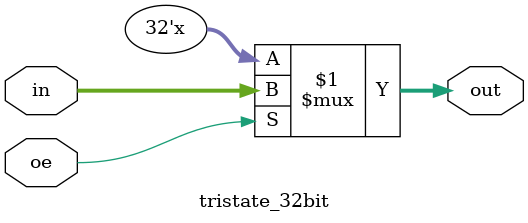
<source format=v>
module tristate_32bit(in, oe, out);
    input [31:0] in;
    input oe;
    output [31:0] out;

    //32-bit high impedence or just return in
    assign out = oe ? in : 32'bz;
endmodule
</source>
